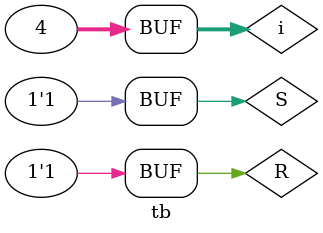
<source format=v>
module sr_latch_nor (output q, qb,
                      input s, r);
  wire sb, rb;
  
  //not (qb,q);
  not (sb,s);
  not (rb,r);
  
  //always@(*)
    //begin
     // q <= ~(s & qb);
      //qb <= ~(r & q);
    //end
  
  nor (q, r, qb);
  nor (qb, s, q);
    
endmodule

//testbench
module tb;
  wire Q,QB;
  reg S,R;
  integer i;
  
  sr_latch_nor i1 (.q(Q), .s(S), .r(R), .qb(QB));
  
  
  initial
    begin
      S <= 1'b0;
      R <= 1'b0;
      
            
      $monitor("time=%t, s=%b, r=%b, q=%b, qb=%b", $time, S,R,Q,QB);
      
      for(i=0; i<4; i=i+1)
        begin
          {S,R} = i;
          #10;
        end
    end
endmodule

</source>
